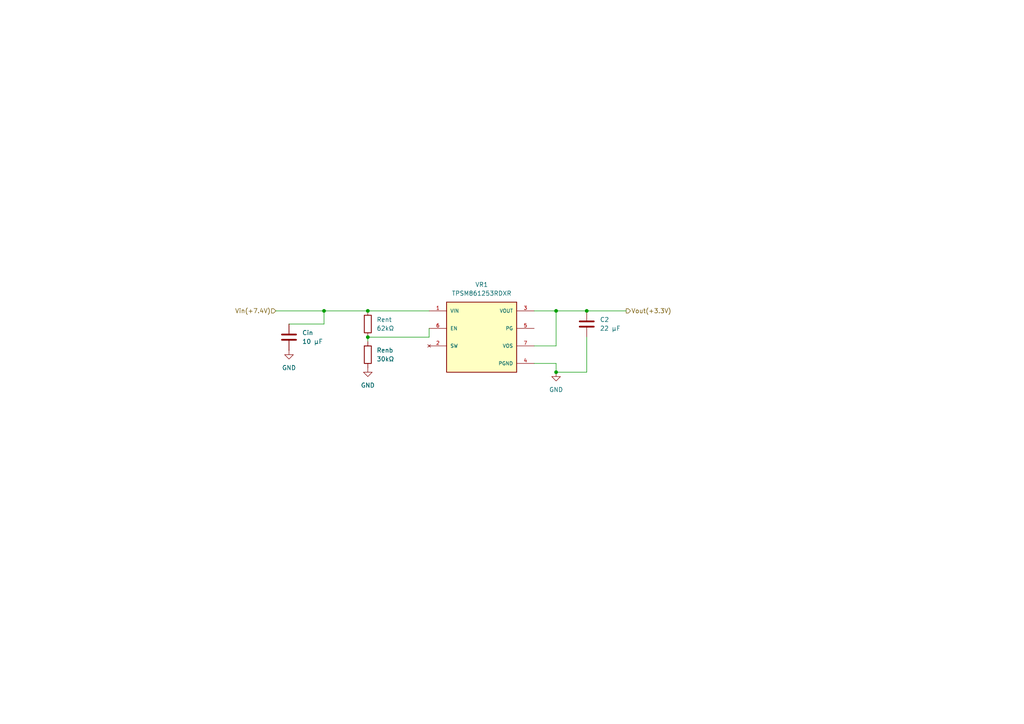
<source format=kicad_sch>
(kicad_sch (version 20250114) (generator "eeschema") (generator_version "9.0")
  (paper "A4")
  (lib_symbols
    (symbol "Device:C" (pin_numbers (hide yes)) (pin_names (offset 0.254))
      (property "Reference" "C" (at 0.635 2.54 0))
      (property "Value" "C" (at 0.635 -2.54 0))
      (symbol "C_0_1"
        (polyline (pts (xy -2.032 0.762) (xy 2.032 0.762)) (stroke (width 0.508)))
        (polyline (pts (xy -2.032 -0.762) (xy 2.032 -0.762)) (stroke (width 0.508)))
      )
      (symbol "C_1_1"
        (pin passive line (at 0 3.81 270) (length 2.794) (name "~") (number "1"))
        (pin passive line (at 0 -3.81 90) (length 2.794) (name "~") (number "2"))
      )
    )
    (symbol "Device:R" (pin_numbers (hide yes)) (pin_names (offset 0))
      (property "Reference" "R" (at 2.032 0 90))
      (property "Value" "R" (at 0 0 90))
      (symbol "R_0_1"
        (rectangle (start -1.016 -2.54) (end 1.016 2.54) (stroke (width 0.254)))
      )
      (symbol "R_1_1"
        (pin passive line (at 0 3.81 270) (length 1.27) (name "~") (number "1"))
        (pin passive line (at 0 -3.81 90) (length 1.27) (name "~") (number "2"))
      )
    )
    (symbol "TPSM861253RDXR:TPSM861253RDXR" (pin_names (offset 1.016))
      (property "Reference" "VR1" (at 0 15.24 0))
      (property "Value" "TPSM861253RDXR" (at 0 12.7 0))
      (symbol "TPSM861253RDXR_0_0"
        (rectangle (start -10.16 -10.16) (end 10.16 10.16) (stroke (width 0.254)) (fill (type background)))
        (pin input line (at -15.24 7.62 0) (length 5.08) (name "VIN") (number "1"))
        (pin input line (at -15.24 2.54 0) (length 5.08) (name "EN") (number "6"))
        (pin no_connect line (at -15.24 -2.54 0) (length 5.08) (name "SW") (number "2"))
        (pin output line (at 15.24 2.54 180) (length 5.08) (name "PG") (number "5"))
        (pin input line (at 15.24 -2.54 180) (length 5.08) (name "VOS") (number "7"))
        (pin power_in line (at 15.24 -7.62 180) (length 5.08) (name "PGND") (number "4"))
      )
      (symbol "TPSM861253RDXR_1_0"
        (pin power_out line (at 15.24 7.62 180) (length 5.08) (name "VOUT") (number "3"))
      )
    )
    (symbol "power:GND" (power) (pin_numbers (hide yes)) (pin_names (offset 0) (hide yes))
      (property "Value" "GND" (at 0 -3.81 0))
      (symbol "GND_0_1"
        (polyline (pts (xy 0 0) (xy 0 -1.27) (xy 1.27 -1.27) (xy 0 -2.54) (xy -1.27 -1.27) (xy 0 -1.27)))
      )
      (symbol "GND_1_1"
        (pin power_in line (at 0 0 270) (length 0) (name "~") (number "1"))
      )
    )
  )
  (junction (at 161.29 107.95))
  (junction (at 93.98 90.17))
  (junction (at 106.68 97.79))
  (junction (at 170.18 90.17))
  (junction (at 106.68 90.17))
  (junction (at 161.29 90.17))
  (wire (pts (xy 154.94 105.41) (xy 161.29 105.41)))
  (wire (pts (xy 80.01 90.17) (xy 93.98 90.17)))
  (wire (pts (xy 106.68 90.17) (xy 124.46 90.17)))
  (wire (pts (xy 170.18 90.17) (xy 181.61 90.17)))
  (wire (pts (xy 83.82 93.98) (xy 93.98 93.98)))
  (wire (pts (xy 154.94 100.33) (xy 161.29 100.33)))
  (wire (pts (xy 124.46 97.79) (xy 124.46 95.25)))
  (wire (pts (xy 93.98 93.98) (xy 93.98 90.17)))
  (wire (pts (xy 106.68 97.79) (xy 106.68 99.06)))
  (wire (pts (xy 124.46 97.79) (xy 106.68 97.79)))
  (wire (pts (xy 170.18 107.95) (xy 161.29 107.95)))
  (wire (pts (xy 154.94 90.17) (xy 161.29 90.17)))
  (wire (pts (xy 161.29 100.33) (xy 161.29 90.17)))
  (wire (pts (xy 161.29 105.41) (xy 161.29 107.95)))
  (wire (pts (xy 93.98 90.17) (xy 106.68 90.17)))
  (wire (pts (xy 161.29 90.17) (xy 170.18 90.17)))
  (wire (pts (xy 170.18 97.79) (xy 170.18 107.95)))
  (hierarchical_label "Vin(+7.4V)" (shape input) (at 80.01 90.17 180))
  (hierarchical_label "Vout(+3.3V)" (shape output) (at 181.61 90.17 0))
  (symbol (lib_id "power:GND") (at 161.29 107.95 0) (unit 1)
    (property "Reference" "#PWR01" (effects (hide yes)))
    (property "Value" "GND" (at 161.29 113.03 0))
    (property "Description" "Power symbol creates a global label with name \"GND\" , ground" (effects (hide yes)))
  )
  (symbol (lib_id "power:GND") (at 83.82 101.6 0) (unit 1)
    (property "Reference" "#PWR04" (effects (hide yes)))
    (property "Value" "GND" (at 83.82 106.68 0))
    (property "Description" "Power symbol creates a global label with name \"GND\" , ground" (effects (hide yes)))
  )
  (symbol (lib_id "Device:C") (at 170.18 93.98 0) (unit 1)
    (property "Reference" "C2" (at 173.99 92.7099 0) (effects (justify left)))
    (property "Value" "22 µF" (at 173.99 95.2499 0) (effects (justify left)))
    (property "Description" "Unpolarized capacitor" (effects (hide yes)))
  )
  (symbol (lib_id "Device:C") (at 83.82 97.79 0) (unit 1)
    (property "Reference" "Cin" (at 87.63 96.5199 0) (effects (justify left)))
    (property "Value" "10 µF" (at 87.63 99.0599 0) (effects (justify left)))
    (property "Description" "Unpolarized capacitor" (effects (hide yes)))
  )
  (symbol (lib_id "TPSM861253RDXR:TPSM861253RDXR") (at 139.7 97.79 0) (unit 1)
    (property "Reference" "VR1" (at 139.7 82.55 0))
    (property "Value" "TPSM861253RDXR" (at 139.7 85.09 0))
    (property "Footprint" "TPSM861253RDXR:VREG_TPSM861253RDXR" (effects (hide yes)))
    (property "PARTREV" "B" (effects (hide yes)))
    (property "STANDARD" "Manufacturer Recommendations" (effects (hide yes)))
    (property "MAXIMUM_PACKAGE_HEIGHT" "2.1mm" (effects (hide yes)))
    (property "MANUFACTURER" "Texas Instruments" (effects (hide yes)))
  )
  (symbol (lib_id "Device:R") (at 106.68 93.98 0) (unit 1)
    (property "Reference" "Rent" (at 109.22 92.7099 0) (effects (justify left)))
    (property "Value" "62kΩ" (at 109.22 95.2499 0) (effects (justify left)))
    (property "Description" "Resistor" (effects (hide yes)))
  )
  (symbol (lib_id "Device:R") (at 106.68 102.87 0) (unit 1)
    (property "Reference" "Renb" (at 109.22 101.5999 0) (effects (justify left)))
    (property "Value" "30kΩ" (at 109.22 104.1399 0) (effects (justify left)))
    (property "Description" "Resistor" (effects (hide yes)))
  )
  (symbol (lib_id "power:GND") (at 106.68 106.68 0) (unit 1)
    (property "Reference" "#PWR03" (effects (hide yes)))
    (property "Value" "GND" (at 106.68 111.76 0))
    (property "Description" "Power symbol creates a global label with name \"GND\" , ground" (effects (hide yes)))
  )
)
</source>
